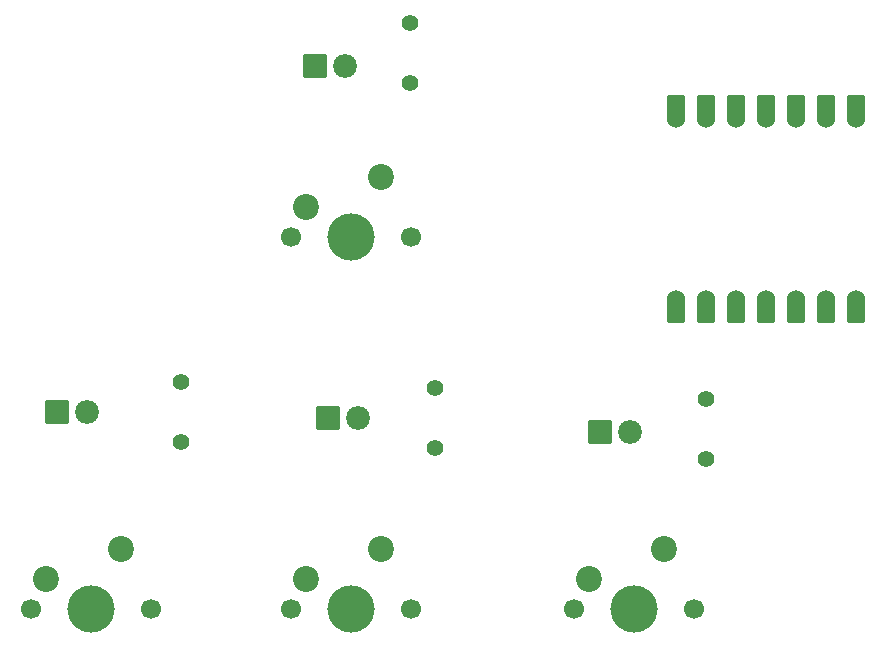
<source format=gbr>
%TF.GenerationSoftware,KiCad,Pcbnew,9.0.2*%
%TF.CreationDate,2025-07-18T16:21:06+05:30*%
%TF.ProjectId,xiao-pcb,7869616f-2d70-4636-922e-6b696361645f,rev?*%
%TF.SameCoordinates,Original*%
%TF.FileFunction,Soldermask,Top*%
%TF.FilePolarity,Negative*%
%FSLAX46Y46*%
G04 Gerber Fmt 4.6, Leading zero omitted, Abs format (unit mm)*
G04 Created by KiCad (PCBNEW 9.0.2) date 2025-07-18 16:21:06*
%MOMM*%
%LPD*%
G01*
G04 APERTURE LIST*
G04 Aperture macros list*
%AMRoundRect*
0 Rectangle with rounded corners*
0 $1 Rounding radius*
0 $2 $3 $4 $5 $6 $7 $8 $9 X,Y pos of 4 corners*
0 Add a 4 corners polygon primitive as box body*
4,1,4,$2,$3,$4,$5,$6,$7,$8,$9,$2,$3,0*
0 Add four circle primitives for the rounded corners*
1,1,$1+$1,$2,$3*
1,1,$1+$1,$4,$5*
1,1,$1+$1,$6,$7*
1,1,$1+$1,$8,$9*
0 Add four rect primitives between the rounded corners*
20,1,$1+$1,$2,$3,$4,$5,0*
20,1,$1+$1,$4,$5,$6,$7,0*
20,1,$1+$1,$6,$7,$8,$9,0*
20,1,$1+$1,$8,$9,$2,$3,0*%
G04 Aperture macros list end*
%ADD10C,1.700000*%
%ADD11C,4.000000*%
%ADD12C,2.200000*%
%ADD13C,1.400000*%
%ADD14RoundRect,0.152400X0.609600X-1.063600X0.609600X1.063600X-0.609600X1.063600X-0.609600X-1.063600X0*%
%ADD15C,1.524000*%
%ADD16RoundRect,0.152400X-0.609600X1.063600X-0.609600X-1.063600X0.609600X-1.063600X0.609600X1.063600X0*%
%ADD17C,2.019000*%
%ADD18RoundRect,0.102000X-0.907500X-0.907500X0.907500X-0.907500X0.907500X0.907500X-0.907500X0.907500X0*%
G04 APERTURE END LIST*
D10*
%TO.C,SW3*%
X79440000Y-132500000D03*
D11*
X84520000Y-132500000D03*
D10*
X89600000Y-132500000D03*
D12*
X87060000Y-127420000D03*
X80710000Y-129960000D03*
%TD*%
D10*
%TO.C,SW2*%
X57440000Y-132500000D03*
D11*
X62520000Y-132500000D03*
D10*
X67600000Y-132500000D03*
D12*
X65060000Y-127420000D03*
X58710000Y-129960000D03*
%TD*%
D13*
%TO.C,R1*%
X114615000Y-119842447D03*
X114615000Y-114762447D03*
%TD*%
D14*
%TO.C,U1*%
X127300000Y-90165000D03*
D15*
X127300000Y-91000000D03*
D14*
X124760000Y-90165000D03*
D15*
X124760000Y-91000000D03*
D14*
X122220000Y-90165000D03*
D15*
X122220000Y-91000000D03*
D14*
X119680000Y-90165000D03*
D15*
X119680000Y-91000000D03*
D14*
X117140000Y-90165000D03*
D15*
X117140000Y-91000000D03*
D14*
X114600000Y-90165000D03*
D15*
X114600000Y-91000000D03*
D14*
X112060000Y-90165000D03*
D15*
X112060000Y-91000000D03*
X112060000Y-106240000D03*
D16*
X112060000Y-107075000D03*
D15*
X114600000Y-106240000D03*
D16*
X114600000Y-107075000D03*
D15*
X117140000Y-106240000D03*
D16*
X117140000Y-107075000D03*
D15*
X119680000Y-106240000D03*
D16*
X119680000Y-107075000D03*
D15*
X122220000Y-106240000D03*
D16*
X122220000Y-107075000D03*
D15*
X124760000Y-106240000D03*
D16*
X124760000Y-107075000D03*
D15*
X127300000Y-106240000D03*
D16*
X127300000Y-107075000D03*
%TD*%
D13*
%TO.C,R2*%
X91615000Y-118842447D03*
X91615000Y-113762447D03*
%TD*%
D10*
%TO.C,SW4*%
X103440000Y-132500000D03*
D11*
X108520000Y-132500000D03*
D10*
X113600000Y-132500000D03*
D12*
X111060000Y-127420000D03*
X104710000Y-129960000D03*
%TD*%
D13*
%TO.C,R4*%
X70115000Y-118342447D03*
X70115000Y-113262447D03*
%TD*%
D10*
%TO.C,SW1*%
X79420000Y-101000000D03*
D11*
X84500000Y-101000000D03*
D10*
X89580000Y-101000000D03*
D12*
X87040000Y-95920000D03*
X80690000Y-98460000D03*
%TD*%
D17*
%TO.C,D2*%
X85115000Y-116342447D03*
D18*
X82575000Y-116342447D03*
%TD*%
D17*
%TO.C,D4*%
X62195000Y-115842447D03*
D18*
X59655000Y-115842447D03*
%TD*%
D13*
%TO.C,R3*%
X89500000Y-88000000D03*
X89500000Y-82920000D03*
%TD*%
D17*
%TO.C,D3*%
X84000000Y-86500000D03*
D18*
X81460000Y-86500000D03*
%TD*%
D17*
%TO.C,D1*%
X108140000Y-117500000D03*
D18*
X105600000Y-117500000D03*
%TD*%
M02*

</source>
